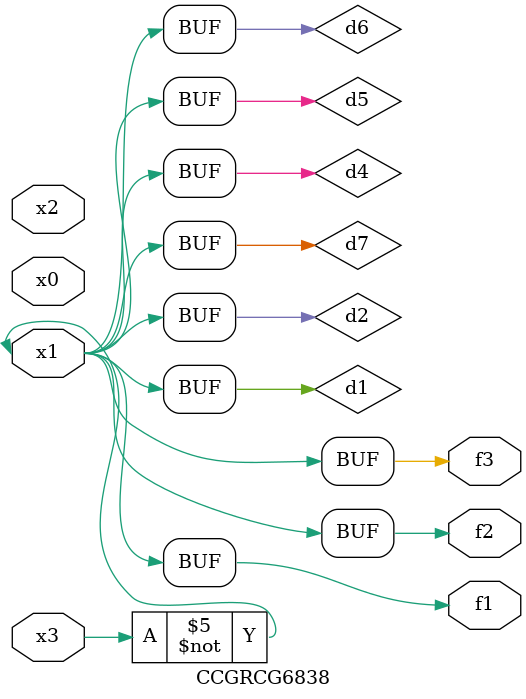
<source format=v>
module CCGRCG6838(
	input x0, x1, x2, x3,
	output f1, f2, f3
);

	wire d1, d2, d3, d4, d5, d6, d7;

	not (d1, x3);
	buf (d2, x1);
	xnor (d3, d1, d2);
	nor (d4, d1);
	buf (d5, d1, d2);
	buf (d6, d4, d5);
	nand (d7, d4);
	assign f1 = d6;
	assign f2 = d7;
	assign f3 = d6;
endmodule

</source>
